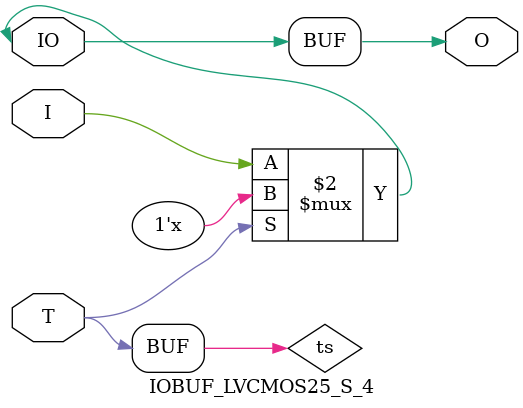
<source format=v>

/*

FUNCTION	: INPUT TRI-STATE OUTPUT BUFFER

*/

`celldefine
`timescale  100 ps / 10 ps

module IOBUF_LVCMOS25_S_4 (O, IO, I, T);

    output O;

    inout  IO;

    input  I, T;

    or O1 (ts, 1'b0, T);
    bufif0 T1 (IO, I, ts);

    buf B1 (O, IO);

endmodule

</source>
